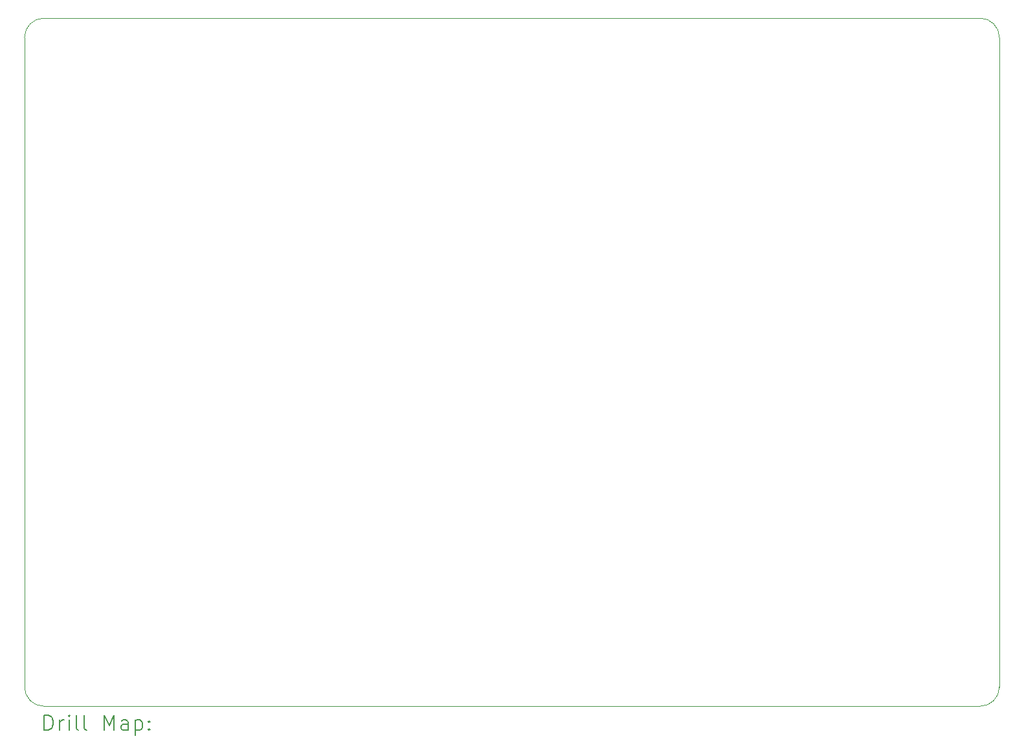
<source format=gbr>
%TF.GenerationSoftware,KiCad,Pcbnew,8.0.3-8.0.3-0~ubuntu22.04.1*%
%TF.CreationDate,2024-08-07T13:09:10+03:00*%
%TF.ProjectId,power_distribution_body,706f7765-725f-4646-9973-747269627574,rev?*%
%TF.SameCoordinates,Original*%
%TF.FileFunction,Drillmap*%
%TF.FilePolarity,Positive*%
%FSLAX45Y45*%
G04 Gerber Fmt 4.5, Leading zero omitted, Abs format (unit mm)*
G04 Created by KiCad (PCBNEW 8.0.3-8.0.3-0~ubuntu22.04.1) date 2024-08-07 13:09:10*
%MOMM*%
%LPD*%
G01*
G04 APERTURE LIST*
%ADD10C,0.050000*%
%ADD11C,0.200000*%
G04 APERTURE END LIST*
D10*
X8685000Y-13750000D02*
X8685000Y-5250000D01*
X8685000Y-5250000D02*
G75*
G02*
X8935000Y-5000000I250000J0D01*
G01*
X21185000Y-5000000D02*
G75*
G02*
X21435000Y-5250000I0J-250000D01*
G01*
X21435000Y-13750000D02*
G75*
G02*
X21185000Y-14000000I-250000J0D01*
G01*
X8935000Y-14000000D02*
G75*
G02*
X8685000Y-13750000I0J250000D01*
G01*
X8935000Y-5000000D02*
X21185000Y-5000000D01*
X21435000Y-5250000D02*
X21435000Y-13750000D01*
X21185000Y-14000000D02*
X8935000Y-14000000D01*
D11*
X8943277Y-14313984D02*
X8943277Y-14113984D01*
X8943277Y-14113984D02*
X8990896Y-14113984D01*
X8990896Y-14113984D02*
X9019467Y-14123508D01*
X9019467Y-14123508D02*
X9038515Y-14142555D01*
X9038515Y-14142555D02*
X9048039Y-14161603D01*
X9048039Y-14161603D02*
X9057563Y-14199698D01*
X9057563Y-14199698D02*
X9057563Y-14228269D01*
X9057563Y-14228269D02*
X9048039Y-14266365D01*
X9048039Y-14266365D02*
X9038515Y-14285412D01*
X9038515Y-14285412D02*
X9019467Y-14304460D01*
X9019467Y-14304460D02*
X8990896Y-14313984D01*
X8990896Y-14313984D02*
X8943277Y-14313984D01*
X9143277Y-14313984D02*
X9143277Y-14180650D01*
X9143277Y-14218746D02*
X9152801Y-14199698D01*
X9152801Y-14199698D02*
X9162324Y-14190174D01*
X9162324Y-14190174D02*
X9181372Y-14180650D01*
X9181372Y-14180650D02*
X9200420Y-14180650D01*
X9267086Y-14313984D02*
X9267086Y-14180650D01*
X9267086Y-14113984D02*
X9257563Y-14123508D01*
X9257563Y-14123508D02*
X9267086Y-14133031D01*
X9267086Y-14133031D02*
X9276610Y-14123508D01*
X9276610Y-14123508D02*
X9267086Y-14113984D01*
X9267086Y-14113984D02*
X9267086Y-14133031D01*
X9390896Y-14313984D02*
X9371848Y-14304460D01*
X9371848Y-14304460D02*
X9362324Y-14285412D01*
X9362324Y-14285412D02*
X9362324Y-14113984D01*
X9495658Y-14313984D02*
X9476610Y-14304460D01*
X9476610Y-14304460D02*
X9467086Y-14285412D01*
X9467086Y-14285412D02*
X9467086Y-14113984D01*
X9724229Y-14313984D02*
X9724229Y-14113984D01*
X9724229Y-14113984D02*
X9790896Y-14256841D01*
X9790896Y-14256841D02*
X9857563Y-14113984D01*
X9857563Y-14113984D02*
X9857563Y-14313984D01*
X10038515Y-14313984D02*
X10038515Y-14209222D01*
X10038515Y-14209222D02*
X10028991Y-14190174D01*
X10028991Y-14190174D02*
X10009944Y-14180650D01*
X10009944Y-14180650D02*
X9971848Y-14180650D01*
X9971848Y-14180650D02*
X9952801Y-14190174D01*
X10038515Y-14304460D02*
X10019467Y-14313984D01*
X10019467Y-14313984D02*
X9971848Y-14313984D01*
X9971848Y-14313984D02*
X9952801Y-14304460D01*
X9952801Y-14304460D02*
X9943277Y-14285412D01*
X9943277Y-14285412D02*
X9943277Y-14266365D01*
X9943277Y-14266365D02*
X9952801Y-14247317D01*
X9952801Y-14247317D02*
X9971848Y-14237793D01*
X9971848Y-14237793D02*
X10019467Y-14237793D01*
X10019467Y-14237793D02*
X10038515Y-14228269D01*
X10133753Y-14180650D02*
X10133753Y-14380650D01*
X10133753Y-14190174D02*
X10152801Y-14180650D01*
X10152801Y-14180650D02*
X10190896Y-14180650D01*
X10190896Y-14180650D02*
X10209944Y-14190174D01*
X10209944Y-14190174D02*
X10219467Y-14199698D01*
X10219467Y-14199698D02*
X10228991Y-14218746D01*
X10228991Y-14218746D02*
X10228991Y-14275888D01*
X10228991Y-14275888D02*
X10219467Y-14294936D01*
X10219467Y-14294936D02*
X10209944Y-14304460D01*
X10209944Y-14304460D02*
X10190896Y-14313984D01*
X10190896Y-14313984D02*
X10152801Y-14313984D01*
X10152801Y-14313984D02*
X10133753Y-14304460D01*
X10314705Y-14294936D02*
X10324229Y-14304460D01*
X10324229Y-14304460D02*
X10314705Y-14313984D01*
X10314705Y-14313984D02*
X10305182Y-14304460D01*
X10305182Y-14304460D02*
X10314705Y-14294936D01*
X10314705Y-14294936D02*
X10314705Y-14313984D01*
X10314705Y-14190174D02*
X10324229Y-14199698D01*
X10324229Y-14199698D02*
X10314705Y-14209222D01*
X10314705Y-14209222D02*
X10305182Y-14199698D01*
X10305182Y-14199698D02*
X10314705Y-14190174D01*
X10314705Y-14190174D02*
X10314705Y-14209222D01*
M02*

</source>
